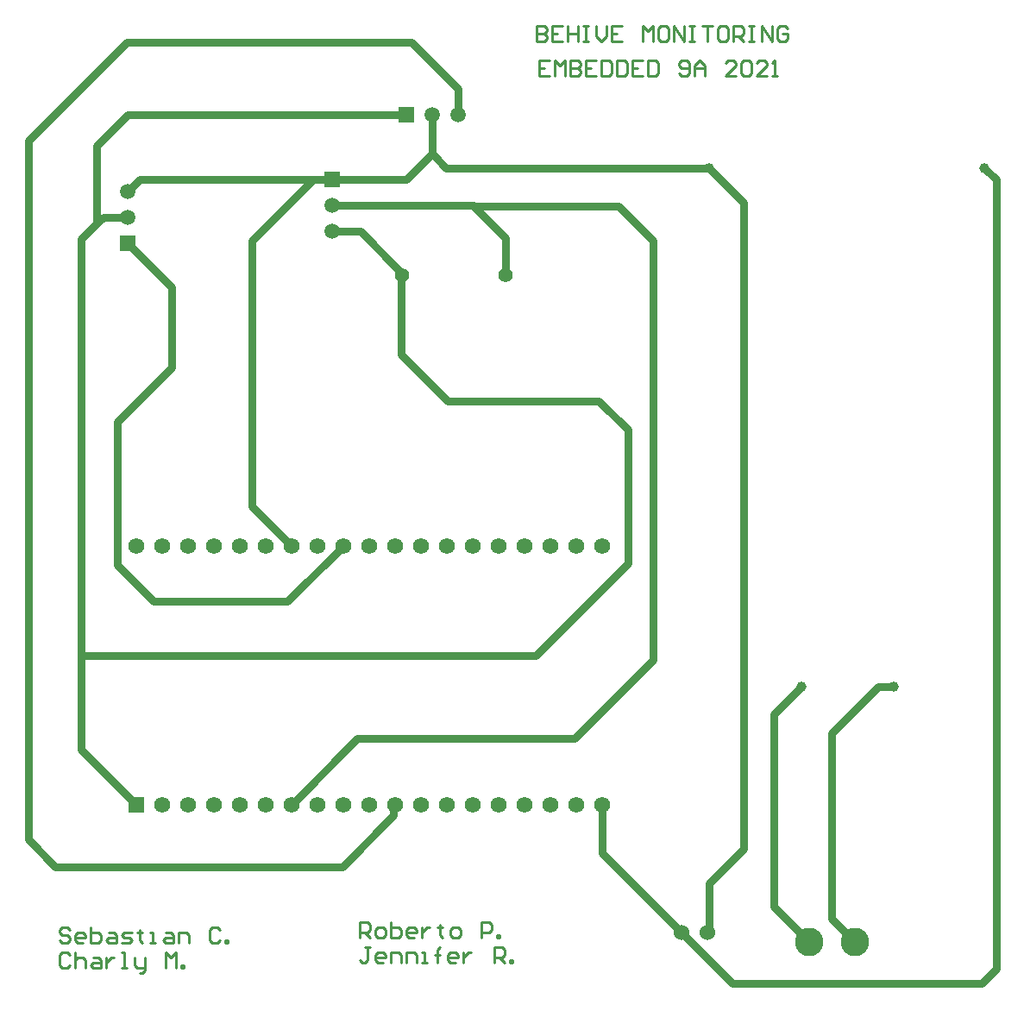
<source format=gbr>
%TF.GenerationSoftware,Altium Limited,Altium Designer,21.5.1 (32)*%
G04 Layer_Physical_Order=1*
G04 Layer_Color=255*
%FSLAX45Y45*%
%MOMM*%
%TF.SameCoordinates,A9F9FA6B-86CD-4015-A2B0-A9C131C7035F*%
%TF.FilePolarity,Positive*%
%TF.FileFunction,Copper,L1,Top,Signal*%
%TF.Part,Single*%
G01*
G75*
%TA.AperFunction,Conductor*%
%ADD10C,0.75000*%
%ADD11C,0.25400*%
%TA.AperFunction,NonConductor*%
%ADD12C,0.25400*%
%TA.AperFunction,ComponentPad*%
%ADD13C,1.00000*%
%ADD14C,2.80000*%
%ADD15C,1.52400*%
%ADD16R,1.50000X1.50000*%
%ADD17C,1.50000*%
%ADD18R,1.50000X1.50000*%
%ADD19R,1.56000X1.56000*%
%ADD20C,1.56000*%
%ADD21C,1.40000*%
D10*
X6769100Y4127500D02*
X9588500D01*
X10090196Y4629196D01*
X6502400Y4394200D02*
X6769100Y4127500D01*
X10090196Y4629196D02*
Y4725596D01*
X10101700Y4737100D01*
X7378700Y7086600D02*
Y8496905D01*
X7734300Y6731000D02*
X9047600D01*
X7378700Y7086600D02*
X7734300Y6731000D01*
X9047600D02*
X9593700Y7277100D01*
X7378700Y8496905D02*
X7912100Y9030305D01*
X7480300Y10248900D02*
X7912100Y9817100D01*
Y9030305D02*
Y9817100D01*
X12636500Y6159500D02*
Y10274300D01*
X11861800Y5384800D02*
X12636500Y6159500D01*
X9733400Y5384800D02*
X11861800D01*
X10871200Y10611366D02*
X10902950D01*
X12299434D01*
X9085700Y4737100D02*
X9733400Y5384800D01*
X16002000Y3124200D02*
Y10871200D01*
X15862300Y2984500D02*
X16002000Y3124200D01*
X15887700Y10985500D02*
X16002000Y10871200D01*
X10210800D02*
X10464800Y11125200D01*
X9486900Y10871200D02*
X10210800D01*
X10483850Y11106150D02*
X10604500Y10985500D01*
X13187700D01*
X9296400Y10871200D02*
X9486900D01*
X10464800Y11125200D02*
X10483850Y11106150D01*
X10464800Y11125200D02*
Y11506200D01*
X8699500Y7663300D02*
X9085700Y7277100D01*
X8699500Y10274300D02*
X9296400Y10871200D01*
X8699500Y7663300D02*
Y10274300D01*
X7594600Y10871200D02*
X9296400D01*
X7480300Y10756900D02*
X7594600Y10871200D01*
X7175500Y11201400D02*
X7480300Y11506200D01*
X10210800D01*
X7175500Y10439400D02*
Y11201400D01*
X6502400Y11252200D02*
X7467600Y12217400D01*
X6502400Y4394200D02*
Y11252200D01*
X10140200Y9981489D02*
X10160263Y9961426D01*
X9760466Y10363200D02*
X10140200Y9983466D01*
Y9981489D02*
Y9983466D01*
X9486900Y10363200D02*
X9760466D01*
X10160000Y9156700D02*
Y9963666D01*
X7023100Y6197600D02*
Y10287000D01*
Y5275700D02*
Y6197600D01*
X9486900Y10617200D02*
X10871200D01*
X10874117Y10614283D02*
X10902950Y10585450D01*
X10871200Y10617200D02*
X10874117Y10614283D01*
X10160000Y9156700D02*
X10617200Y8699500D01*
X12103100D01*
X12389534Y8413066D01*
Y7106334D02*
Y8413066D01*
X11480800Y6197600D02*
X12389534Y7106334D01*
X7023100Y6197600D02*
X11480800D01*
X7467600Y12217400D02*
X10261600D01*
X10718800Y11760200D01*
X12299434Y10611366D02*
X12636500Y10274300D01*
X10902950Y10585450D02*
X11188700Y10299700D01*
Y9931400D02*
Y10299700D01*
X13182600Y3492500D02*
Y3962400D01*
X13169901Y3479800D02*
X13182600Y3492500D01*
Y3962400D02*
X13525500Y4305300D01*
Y10647700D01*
X13187700Y10985500D02*
X13525500Y10647700D01*
X13411200Y2984500D02*
X15862300D01*
X12915900Y3479800D02*
X13411200Y2984500D01*
X12133700Y4262000D02*
X12915900Y3479800D01*
X12133700Y4262000D02*
Y4737100D01*
X13824001Y3733800D02*
Y5624600D01*
X14094780Y5895380D01*
X13824001Y3733800D02*
X14166901Y3390900D01*
X14844096Y5890597D02*
X14989996D01*
X14389101Y5435600D02*
X14844096Y5890597D01*
X14989996D02*
X14994780Y5895380D01*
X14389101Y3619500D02*
X14617700Y3390900D01*
X14389101Y3619500D02*
Y5435600D01*
X7023100Y5275700D02*
X7561700Y4737100D01*
X7023100Y10287000D02*
X7175500Y10439400D01*
X7239000Y10502900D01*
X10718800Y11506200D02*
Y11760200D01*
X7239000Y10502900D02*
X7480300D01*
D11*
X14166901Y3390900D02*
Y3459794D01*
D12*
X9753600Y3431481D02*
Y3583832D01*
X9829775D01*
X9855167Y3558440D01*
Y3507656D01*
X9829775Y3482264D01*
X9753600D01*
X9804383D02*
X9855167Y3431481D01*
X9931343D02*
X9982126D01*
X10007518Y3456873D01*
Y3507656D01*
X9982126Y3533048D01*
X9931343D01*
X9905951Y3507656D01*
Y3456873D01*
X9931343Y3431481D01*
X10058301Y3583832D02*
Y3431481D01*
X10134477D01*
X10159869Y3456873D01*
Y3482264D01*
Y3507656D01*
X10134477Y3533048D01*
X10058301D01*
X10286828Y3431481D02*
X10236044D01*
X10210652Y3456873D01*
Y3507656D01*
X10236044Y3533048D01*
X10286828D01*
X10312219Y3507656D01*
Y3482264D01*
X10210652D01*
X10363003Y3533048D02*
Y3431481D01*
Y3482264D01*
X10388395Y3507656D01*
X10413786Y3533048D01*
X10439178D01*
X10540745Y3558440D02*
Y3533048D01*
X10515354D01*
X10566137D01*
X10540745D01*
Y3456873D01*
X10566137Y3431481D01*
X10667704D02*
X10718488D01*
X10743880Y3456873D01*
Y3507656D01*
X10718488Y3533048D01*
X10667704D01*
X10642312Y3507656D01*
Y3456873D01*
X10667704Y3431481D01*
X10947014D02*
Y3583832D01*
X11023189D01*
X11048581Y3558440D01*
Y3507656D01*
X11023189Y3482264D01*
X10947014D01*
X11099365Y3431481D02*
Y3456873D01*
X11124757D01*
Y3431481D01*
X11099365D01*
X9855167Y3340051D02*
X9804383D01*
X9829775D01*
Y3213092D01*
X9804383Y3187700D01*
X9778992D01*
X9753600Y3213092D01*
X9982126Y3187700D02*
X9931343D01*
X9905951Y3213092D01*
Y3263875D01*
X9931343Y3289267D01*
X9982126D01*
X10007518Y3263875D01*
Y3238483D01*
X9905951D01*
X10058301Y3187700D02*
Y3289267D01*
X10134477D01*
X10159869Y3263875D01*
Y3187700D01*
X10210652D02*
Y3289267D01*
X10286828D01*
X10312219Y3263875D01*
Y3187700D01*
X10363003D02*
X10413786D01*
X10388395D01*
Y3289267D01*
X10363003D01*
X10515354Y3187700D02*
Y3314659D01*
Y3263875D01*
X10489962D01*
X10540745D01*
X10515354D01*
Y3314659D01*
X10540745Y3340051D01*
X10693096Y3187700D02*
X10642312D01*
X10616921Y3213092D01*
Y3263875D01*
X10642312Y3289267D01*
X10693096D01*
X10718488Y3263875D01*
Y3238483D01*
X10616921D01*
X10769271Y3289267D02*
Y3187700D01*
Y3238483D01*
X10794663Y3263875D01*
X10820055Y3289267D01*
X10845447D01*
X11073973Y3187700D02*
Y3340051D01*
X11150148D01*
X11175540Y3314659D01*
Y3263875D01*
X11150148Y3238483D01*
X11073973D01*
X11124756D02*
X11175540Y3187700D01*
X11226323D02*
Y3213092D01*
X11251715D01*
Y3187700D01*
X11226323D01*
X6908767Y3507623D02*
X6883375Y3533015D01*
X6832592D01*
X6807200Y3507623D01*
Y3482232D01*
X6832592Y3456840D01*
X6883375D01*
X6908767Y3431448D01*
Y3406056D01*
X6883375Y3380664D01*
X6832592D01*
X6807200Y3406056D01*
X7035726Y3380664D02*
X6984943D01*
X6959551Y3406056D01*
Y3456840D01*
X6984943Y3482232D01*
X7035726D01*
X7061118Y3456840D01*
Y3431448D01*
X6959551D01*
X7111901Y3533015D02*
Y3380664D01*
X7188077D01*
X7213469Y3406056D01*
Y3431448D01*
Y3456840D01*
X7188077Y3482232D01*
X7111901D01*
X7289644D02*
X7340428D01*
X7365819Y3456840D01*
Y3380664D01*
X7289644D01*
X7264252Y3406056D01*
X7289644Y3431448D01*
X7365819D01*
X7416603Y3380664D02*
X7492778D01*
X7518170Y3406056D01*
X7492778Y3431448D01*
X7441995D01*
X7416603Y3456840D01*
X7441995Y3482232D01*
X7518170D01*
X7594345Y3507623D02*
Y3482232D01*
X7568954D01*
X7619737D01*
X7594345D01*
Y3406056D01*
X7619737Y3380664D01*
X7695912D02*
X7746696D01*
X7721304D01*
Y3482232D01*
X7695912D01*
X7848263D02*
X7899047D01*
X7924439Y3456840D01*
Y3380664D01*
X7848263D01*
X7822871Y3406056D01*
X7848263Y3431448D01*
X7924439D01*
X7975222Y3380664D02*
Y3482232D01*
X8051397D01*
X8076789Y3456840D01*
Y3380664D01*
X8381491Y3507623D02*
X8356099Y3533015D01*
X8305315D01*
X8279923Y3507623D01*
Y3406056D01*
X8305315Y3380664D01*
X8356099D01*
X8381491Y3406056D01*
X8432274Y3380664D02*
Y3406056D01*
X8457666D01*
Y3380664D01*
X8432274D01*
X6908767Y3263842D02*
X6883375Y3289234D01*
X6832592D01*
X6807200Y3263842D01*
Y3162275D01*
X6832592Y3136883D01*
X6883375D01*
X6908767Y3162275D01*
X6959551Y3289234D02*
Y3136883D01*
Y3213059D01*
X6984943Y3238451D01*
X7035726D01*
X7061118Y3213059D01*
Y3136883D01*
X7137293Y3238451D02*
X7188077D01*
X7213469Y3213059D01*
Y3136883D01*
X7137293D01*
X7111901Y3162275D01*
X7137293Y3187667D01*
X7213469D01*
X7264252Y3238451D02*
Y3136883D01*
Y3187667D01*
X7289644Y3213059D01*
X7315036Y3238451D01*
X7340428D01*
X7416603Y3136883D02*
X7467386D01*
X7441995D01*
Y3289234D01*
X7416603D01*
X7543562Y3238451D02*
Y3162275D01*
X7568954Y3136883D01*
X7645129D01*
Y3111492D01*
X7619737Y3086100D01*
X7594345D01*
X7645129Y3136883D02*
Y3238451D01*
X7848263Y3136883D02*
Y3289234D01*
X7899047Y3238451D01*
X7949830Y3289234D01*
Y3136883D01*
X8000614D02*
Y3162275D01*
X8026006D01*
Y3136883D01*
X8000614D01*
X11620467Y12039551D02*
X11518900D01*
Y11887200D01*
X11620467D01*
X11518900Y11963375D02*
X11569683D01*
X11671251Y11887200D02*
Y12039551D01*
X11722034Y11988767D01*
X11772818Y12039551D01*
Y11887200D01*
X11823601Y12039551D02*
Y11887200D01*
X11899777D01*
X11925169Y11912592D01*
Y11937983D01*
X11899777Y11963375D01*
X11823601D01*
X11899777D01*
X11925169Y11988767D01*
Y12014159D01*
X11899777Y12039551D01*
X11823601D01*
X12077519D02*
X11975952D01*
Y11887200D01*
X12077519D01*
X11975952Y11963375D02*
X12026736D01*
X12128303Y12039551D02*
Y11887200D01*
X12204478D01*
X12229870Y11912592D01*
Y12014159D01*
X12204478Y12039551D01*
X12128303D01*
X12280654D02*
Y11887200D01*
X12356829D01*
X12382221Y11912592D01*
Y12014159D01*
X12356829Y12039551D01*
X12280654D01*
X12534572D02*
X12433004D01*
Y11887200D01*
X12534572D01*
X12433004Y11963375D02*
X12483788D01*
X12585355Y12039551D02*
Y11887200D01*
X12661530D01*
X12686922Y11912592D01*
Y12014159D01*
X12661530Y12039551D01*
X12585355D01*
X12890057Y11912592D02*
X12915448Y11887200D01*
X12966232D01*
X12991624Y11912592D01*
Y12014159D01*
X12966232Y12039551D01*
X12915448D01*
X12890057Y12014159D01*
Y11988767D01*
X12915448Y11963375D01*
X12991624D01*
X13042407Y11887200D02*
Y11988767D01*
X13093192Y12039551D01*
X13143974Y11988767D01*
Y11887200D01*
Y11963375D01*
X13042407D01*
X13448676Y11887200D02*
X13347108D01*
X13448676Y11988767D01*
Y12014159D01*
X13423283Y12039551D01*
X13372501D01*
X13347108Y12014159D01*
X13499458D02*
X13524850Y12039551D01*
X13575635D01*
X13601027Y12014159D01*
Y11912592D01*
X13575635Y11887200D01*
X13524850D01*
X13499458Y11912592D01*
Y12014159D01*
X13753377Y11887200D02*
X13651810D01*
X13753377Y11988767D01*
Y12014159D01*
X13727985Y12039551D01*
X13677202D01*
X13651810Y12014159D01*
X13804161Y11887200D02*
X13854944D01*
X13829553D01*
Y12039551D01*
X13804161Y12014159D01*
X11493500Y12382451D02*
Y12230100D01*
X11569675D01*
X11595067Y12255492D01*
Y12280883D01*
X11569675Y12306275D01*
X11493500D01*
X11569675D01*
X11595067Y12331667D01*
Y12357059D01*
X11569675Y12382451D01*
X11493500D01*
X11747418D02*
X11645851D01*
Y12230100D01*
X11747418D01*
X11645851Y12306275D02*
X11696634D01*
X11798201Y12382451D02*
Y12230100D01*
Y12306275D01*
X11899769D01*
Y12382451D01*
Y12230100D01*
X11950552Y12382451D02*
X12001336D01*
X11975944D01*
Y12230100D01*
X11950552D01*
X12001336D01*
X12077511Y12382451D02*
Y12280883D01*
X12128295Y12230100D01*
X12179078Y12280883D01*
Y12382451D01*
X12331429D02*
X12229862D01*
Y12230100D01*
X12331429D01*
X12229862Y12306275D02*
X12280645D01*
X12534563Y12230100D02*
Y12382451D01*
X12585347Y12331667D01*
X12636130Y12382451D01*
Y12230100D01*
X12763089Y12382451D02*
X12712306D01*
X12686914Y12357059D01*
Y12255492D01*
X12712306Y12230100D01*
X12763089D01*
X12788481Y12255492D01*
Y12357059D01*
X12763089Y12382451D01*
X12839265Y12230100D02*
Y12382451D01*
X12940833Y12230100D01*
Y12382451D01*
X12991615D02*
X13042400D01*
X13017007D01*
Y12230100D01*
X12991615D01*
X13042400D01*
X13118575Y12382451D02*
X13220142D01*
X13169357D01*
Y12230100D01*
X13347099Y12382451D02*
X13296317D01*
X13270924Y12357059D01*
Y12255492D01*
X13296317Y12230100D01*
X13347099D01*
X13372491Y12255492D01*
Y12357059D01*
X13347099Y12382451D01*
X13423276Y12230100D02*
Y12382451D01*
X13499451D01*
X13524843Y12357059D01*
Y12306275D01*
X13499451Y12280883D01*
X13423276D01*
X13474059D02*
X13524843Y12230100D01*
X13575626Y12382451D02*
X13626410D01*
X13601018D01*
Y12230100D01*
X13575626D01*
X13626410D01*
X13702585D02*
Y12382451D01*
X13804152Y12230100D01*
Y12382451D01*
X13956503Y12357059D02*
X13931111Y12382451D01*
X13880328D01*
X13854936Y12357059D01*
Y12255492D01*
X13880328Y12230100D01*
X13931111D01*
X13956503Y12255492D01*
Y12306275D01*
X13905719D01*
D13*
X14994780Y5895380D02*
D03*
X14094780D02*
D03*
X15887700Y10985500D02*
D03*
X13187700D02*
D03*
D14*
X14166901Y3390900D02*
D03*
X14617700D02*
D03*
D15*
X13169901Y3479800D02*
D03*
X12915900D02*
D03*
D16*
X7480300Y10248900D02*
D03*
X9486900Y10871200D02*
D03*
D17*
X7480300Y10502900D02*
D03*
Y10756900D02*
D03*
X10464800Y11506200D02*
D03*
X10718800D02*
D03*
X9486900Y10617200D02*
D03*
Y10363200D02*
D03*
D18*
X10210800Y11506200D02*
D03*
D19*
X7561700Y4737100D02*
D03*
D20*
X7815700D02*
D03*
X12133700D02*
D03*
X8069700D02*
D03*
X8323700D02*
D03*
X8577700D02*
D03*
X8831700D02*
D03*
X9085700D02*
D03*
X9339700D02*
D03*
X9593700D02*
D03*
X9847700D02*
D03*
X10101700D02*
D03*
X10355700D02*
D03*
X10609700D02*
D03*
X10863700D02*
D03*
X11117700D02*
D03*
X11371700D02*
D03*
X11625700D02*
D03*
X11879700D02*
D03*
X7561700Y7277100D02*
D03*
X7815700D02*
D03*
X8069700D02*
D03*
X8323700D02*
D03*
X8577700D02*
D03*
X8831700D02*
D03*
X9085700D02*
D03*
X9339700D02*
D03*
X9593700D02*
D03*
X9847700D02*
D03*
X10101700D02*
D03*
X10355700D02*
D03*
X10609700D02*
D03*
X10863700D02*
D03*
X11117700D02*
D03*
X11371700D02*
D03*
X11625700D02*
D03*
X11879700D02*
D03*
X12133700D02*
D03*
D21*
X10172700Y9931400D02*
D03*
X11188700D02*
D03*
%TF.MD5,19909f403f24cf40456ea9f13ed998ae*%
M02*

</source>
